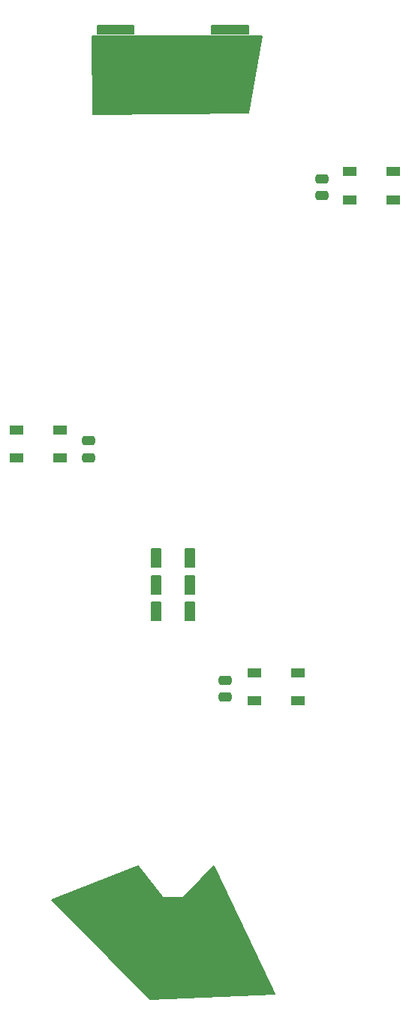
<source format=gts>
%TF.GenerationSoftware,KiCad,Pcbnew,(6.0.7)*%
%TF.CreationDate,2022-11-21T20:11:54+01:00*%
%TF.ProjectId,Arbolito Tronco 2,4172626f-6c69-4746-9f20-54726f6e636f,rev?*%
%TF.SameCoordinates,Original*%
%TF.FileFunction,Soldermask,Top*%
%TF.FilePolarity,Negative*%
%FSLAX46Y46*%
G04 Gerber Fmt 4.6, Leading zero omitted, Abs format (unit mm)*
G04 Created by KiCad (PCBNEW (6.0.7)) date 2022-11-21 20:11:54*
%MOMM*%
%LPD*%
G01*
G04 APERTURE LIST*
G04 Aperture macros list*
%AMRoundRect*
4,1,4,-2.0000000000000004,-2.9999999999999996,-4.0000000000000009,-4.9999999999999991,-6.0000000000000009,-6.9999999999999991,-8.0000000000000018,-8.9999999999999982,-2.0000000000000004,-2.9999999999999996,0*
1,1,$1,$2,$3*
1,1,$1,$2,$3*
1,1,$1,$2,$3*
1,1,$1,$2,$3*
20,1,$1,$2,$3,$4,$5,180*
20,1,$1,$2,$3,$4,$5,180*
20,1,$1,$2,$3,$4,$5,180*
20,1,$1,$2,$3,$4,$5,180*%
G04 Aperture macros list end*
%ADD10C,0.15*%
%AMCOMP59*
4,1,3,
0.47499999999999992,-0.25000000000000006,
0.47500000000000003,0.24999999999999994,
-0.47499999999999992,0.25000000000000006,
-0.47500000000000003,-0.24999999999999994,
0*
4,1,19,
0.47499999999999992,-0.50000000000000011,
0.39774575140626306,-0.48776412907378847,
0.32805368692688164,-0.45225424859373692,
0.27274575140626306,-0.39694631307311834,
0.23723587092621157,-0.32725424859373692,
0.22499999999999995,-0.25,
0.23723587092621154,-0.17274575140626319,
0.27274575140626311,-0.10305368692688177,
0.32805368692688164,-0.047745751406263207,
0.39774575140626311,-0.012235870926211666,
0.47499999999999992,-0.000000000000000058168801806562912,
0.552254248593737,-0.012235870926211685,
0.62194631307311821,-0.047745751406263186,
0.67725424859373684,-0.10305368692688177,
0.71276412907378839,-0.17274575140626319,
0.725,-0.25000000000000006,
0.71276412907378839,-0.32725424859373692,
0.67725424859373684,-0.39694631307311828,
0.62194631307311832,-0.45225424859373692,
0.55225424859373673,-0.48776412907378847,
0*
4,1,19,
0.475,-0.000000000000000058168801806562912,
0.39774575140626311,0.012235870926211569,
0.32805368692688169,0.047745751406263096,
0.27274575140626311,0.10305368692688169,
0.23723587092621162,0.17274575140626311,
0.225,0.24999999999999994,
0.2372358709262116,0.32725424859373681,
0.27274575140626317,0.39694631307311817,
0.32805368692688169,0.45225424859373681,
0.39774575140626317,0.48776412907378836,
0.475,0.49999999999999994,
0.55225424859373706,0.48776412907378836,
0.62194631307311821,0.45225424859373681,
0.67725424859373684,0.39694631307311828,
0.71276412907378839,0.32725424859373675,
0.725,0.24999999999999997,
0.71276412907378839,0.17274575140626311,
0.67725424859373684,0.10305368692688169,
0.62194631307311832,0.047745751406263089,
0.55225424859373684,0.01223587092621155,
0*
4,1,19,
-0.475,0.000000000000000058168801806562912,
-0.55225424859373684,0.012235870926211685,
-0.62194631307311821,0.047745751406263214,
-0.67725424859373684,0.1030536869268818,
-0.71276412907378839,0.17274575140626322,
-0.725,0.25000000000000006,
-0.71276412907378839,0.327254248593737,
-0.67725424859373684,0.39694631307311828,
-0.62194631307311832,0.45225424859373692,
-0.55225424859373673,0.48776412907378847,
-0.475,0.50000000000000011,
-0.397745751406263,0.48776412907378847,
-0.32805368692688169,0.45225424859373692,
-0.27274575140626306,0.3969463130731184,
-0.23723587092621157,0.32725424859373692,
-0.22499999999999995,0.25000000000000006,
-0.23723587092621154,0.17274575140626322,
-0.27274575140626311,0.1030536869268818,
-0.32805368692688164,0.047745751406263207,
-0.39774575140626306,0.012235870926211666,
0*
4,1,19,
-0.47500000000000003,-0.49999999999999994,
-0.552254248593737,-0.48776412907378836,
-0.62194631307311821,-0.45225424859373681,
-0.67725424859373684,-0.39694631307311823,
-0.71276412907378839,-0.32725424859373675,
-0.725,-0.24999999999999992,
-0.71276412907378839,-0.17274575140626308,
-0.67725424859373684,-0.10305368692688166,
-0.62194631307311832,-0.047745751406263089,
-0.55225424859373684,-0.01223587092621155,
-0.47500000000000003,0.000000000000000058168801806562925,
-0.39774575140626306,-0.012235870926211569,
-0.32805368692688175,-0.047745751406263068,
-0.27274575140626311,-0.10305368692688166,
-0.23723587092621162,-0.17274575140626308,
-0.225,-0.24999999999999992,
-0.2372358709262116,-0.32725424859373675,
-0.27274575140626317,-0.39694631307311817,
-0.32805368692688169,-0.45225424859373681,
-0.39774575140626311,-0.48776412907378836,
0*
4,1,3,
0.725,-0.25000000000000011,
0.22499999999999995,-0.25,
0.225,0.24999999999999997,
0.725,0.24999999999999989,
0*
4,1,3,
0.47500000000000003,0.49999999999999994,
0.475,-0.000000000000000058168801806562912,
-0.475,0.000000000000000058168801806562912,
-0.47499999999999992,0.50000000000000011,
0*
4,1,3,
-0.725,0.25000000000000011,
-0.22499999999999995,0.25,
-0.225,-0.24999999999999997,
-0.725,-0.24999999999999989,
0*
4,1,3,
-0.47500000000000003,-0.49999999999999994,
-0.475,0.000000000000000058168801806562912,
0.475,-0.000000000000000058168801806562912,
0.47499999999999992,-0.50000000000000011,
0*%
%ADD11COMP59,0.25X-0.475X0.25X-0.475X-0.25X0.475X-0.25X0.475X0.25X0*%
%ADD12R,1.5X1*%
G04 APERTURE END LIST*
D10*
G36*
X0150900000Y0051100000D02*
G01*
X0151900000Y0051100000D01*
X0151900000Y0049100000D01*
X0150900000Y0049100000D01*
X0150900000Y0051100000D01*
G37*
X0150900000Y0051100000D02*
X0151900000Y0051100000D01*
X0151900000Y0049100000D01*
X0150900000Y0049100000D01*
X0150900000Y0051100000D01*
G36*
X0153900000Y0113100000D02*
G01*
X0158000000Y0113100000D01*
X0158000000Y0112100000D01*
X0153900000Y0112100000D01*
X0153900000Y0113100000D01*
G37*
X0153900000Y0113100000D02*
X0158000000Y0113100000D01*
X0158000000Y0112100000D01*
X0153900000Y0112100000D01*
X0153900000Y0113100000D01*
G36*
X0150900000Y0054100000D02*
G01*
X0151900000Y0054100000D01*
X0151900000Y0052100000D01*
X0150900000Y0052100000D01*
X0150900000Y0054100000D01*
G37*
X0150900000Y0054100000D02*
X0151900000Y0054100000D01*
X0151900000Y0052100000D01*
X0150900000Y0052100000D01*
X0150900000Y0054100000D01*
G36*
X0147100000Y0048100000D02*
G01*
X0148100000Y0048100000D01*
X0148100000Y0046100000D01*
X0147100000Y0046100000D01*
X0147100000Y0048100000D01*
G37*
X0147100000Y0048100000D02*
X0148100000Y0048100000D01*
X0148100000Y0046100000D01*
X0147100000Y0046100000D01*
X0147100000Y0048100000D01*
G36*
X0141000000Y0113100000D02*
G01*
X0145100000Y0113100000D01*
X0145100000Y0112100000D01*
X0141000000Y0112100000D01*
X0141000000Y0113100000D01*
G37*
X0141000000Y0113100000D02*
X0145100000Y0113100000D01*
X0145100000Y0112100000D01*
X0141000000Y0112100000D01*
X0141000000Y0113100000D01*
G36*
X0135800000Y0014600000D02*
G01*
X0145550000Y0018400000D01*
X0148400000Y0014850000D01*
X0150650000Y0014850000D01*
X0154150000Y0018450000D01*
X0160950000Y0004000000D01*
X0146950000Y0003450000D01*
X0135800000Y0014600000D01*
G37*
X0135800000Y0014600000D02*
X0145550000Y0018400000D01*
X0148400000Y0014850000D01*
X0150650000Y0014850000D01*
X0154150000Y0018450000D01*
X0160950000Y0004000000D01*
X0146950000Y0003450000D01*
X0135800000Y0014600000D01*
G36*
X0150900000Y0048100000D02*
G01*
X0151900000Y0048100000D01*
X0151900000Y0046100000D01*
X0150900000Y0046100000D01*
X0150900000Y0048100000D01*
G37*
X0150900000Y0048100000D02*
X0151900000Y0048100000D01*
X0151900000Y0046100000D01*
X0150900000Y0046100000D01*
X0150900000Y0048100000D01*
G36*
X0147100000Y0051100000D02*
G01*
X0148100000Y0051100000D01*
X0148100000Y0049100000D01*
X0147100000Y0049100000D01*
X0147100000Y0051100000D01*
G37*
X0147100000Y0051100000D02*
X0148100000Y0051100000D01*
X0148100000Y0049100000D01*
X0147100000Y0049100000D01*
X0147100000Y0051100000D01*
G36*
X0147100000Y0054100000D02*
G01*
X0148100000Y0054100000D01*
X0148100000Y0052100000D01*
X0147100000Y0052100000D01*
X0147100000Y0054100000D01*
G37*
X0147100000Y0054100000D02*
X0148100000Y0054100000D01*
X0148100000Y0052100000D01*
X0147100000Y0052100000D01*
X0147100000Y0054100000D01*
G36*
X0140417070Y0111908609D02*
G01*
X0159520654Y0111907462D01*
X0158020654Y0103207462D01*
X0140521669Y0103117546D01*
X0140417070Y0111908609D01*
G37*
X0140417070Y0111908609D02*
X0159520654Y0111907462D01*
X0158020654Y0103207462D01*
X0140521669Y0103117546D01*
X0140417070Y0111908609D01*
D11*
%TO.C,C16*%
X0139950000Y0064400000D03*
X0139950000Y0066300000D03*
%TD*%
D12*
%TO.C,U5*%
X0163600000Y0037000000D03*
X0163600000Y0040200000D03*
X0158700000Y0040200000D03*
X0158700000Y0037000000D03*
%TD*%
D11*
%TO.C,C12*%
X0155400000Y0037450000D03*
X0155400000Y0039350000D03*
%TD*%
D12*
%TO.C,U1*%
X0174350000Y0093400000D03*
X0174350000Y0096600000D03*
X0169450000Y0096600000D03*
X0169450000Y0093400000D03*
%TD*%
D11*
%TO.C,C14*%
X0166300000Y0093900000D03*
X0166300000Y0095800000D03*
%TD*%
D12*
%TO.C,U4*%
X0136750000Y0064350000D03*
X0136750000Y0067550000D03*
X0131850000Y0067550000D03*
X0131850000Y0064350000D03*
%TD*%
M02*
</source>
